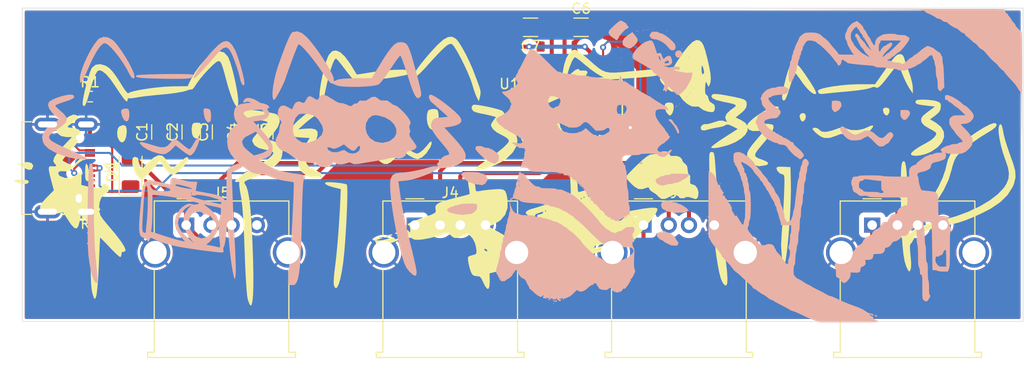
<source format=kicad_pcb>
(kicad_pcb (version 20241229) (generator "pcbnew") (generator_version "9.0")
  (layers (0 "F.Cu" signal) (2 "B.Cu" signal) (13 "F.Paste" user) (15 "B.Paste" user) (5 "F.SilkS" user "F.Silkscreen") (7 "B.SilkS" user "B.Silkscreen") (1 "F.Mask" user) (3 "B.Mask" user) (25 "Edge.Cuts" user))
  (net 0 "")
  (net 1 "VBUS")
  (net 2 "GND")
  (net 3 "Net-(U1-VDD33)")
  (net 4 "Net-(U1-VDD18)")
  (net 5 "Net-(D1-K)")
  (net 6 "D-")
  (net 8 "D+")
  (net 9 "Net-(J1-CC1)")
  (net 10 "Net-(J1-CC2)")
  (net 12 "D1+")
  (net 13 "D1-")
  (net 14 "D2+")
  (net 15 "D2-")
  (net 16 "D3-")
  (net 17 "D3+")
  (net 18 "D4-")
  (net 19 "D4+")
  (footprint "Connector_USB:USB_A_Molex_67643_Horizontal" (layer "F.Cu") (at 126.1875 90.64)
    (property "Reference" "J4" (at 3.5 -3.19 0) (layer "F.SilkS"))
    (property "Value" "USB_A")
    (pad "1" thru_hole rect (at 0 0) (size 1.6 1.5) (drill 0.95) (layers "*.Cu" "*.Mask") (net 1 "VBUS"))
    (pad "2" thru_hole circle (at 2.5 0) (size 1.6 1.6) (drill 0.95) (layers "*.Cu" "*.Mask") (net 16 "D3-"))
    (pad "3" thru_hole circle (at 4.5 0) (size 1.6 1.6) (drill 0.95) (layers "*.Cu" "*.Mask") (net 17 "D3+"))
    (pad "4" thru_hole circle (at 7 0) (size 1.6 1.6) (drill 0.95) (layers "*.Cu" "*.Mask") (net 2 "GND"))
    (pad "5" thru_hole circle (at -3.07 2.71) (size 3 3) (drill 2.3) (layers "*.Cu" "*.Mask") (net 2 "GND"))
    (pad "5" thru_hole circle (at 10.07 2.71) (size 3 3) (drill 2.3) (layers "*.Cu" "*.Mask") (net 2 "GND"))
  )
  (footprint "Capacitor_SMD:C_1206_3216Metric" (layer "F.Cu") (at 113.0675 81.4325 90)
    (property "Reference" "C5" (at 0 -1.850001 90) (layer "F.SilkS"))
    (property "Value" "100nF")
    (pad "1" smd roundrect (at -1.475 0 90) (size 1.15 1.8) (layers "F.Cu" "F.Mask" "F.Paste") (roundrect_rratio 0.217391) (net 1 "VBUS"))
    (pad "2" smd roundrect (at 1.475 0 90) (size 1.15 1.8) (layers "F.Cu" "F.Mask" "F.Paste") (roundrect_rratio 0.217391) (net 2 "GND"))
  )
  (footprint "LOGO" (layer "F.Cu") (at 171.547512 85.568701)
    (property "Reference" "G***" (hide yes))
    (property "Value" "LOGO" (hide yes))
  )
  (footprint "Resistor_SMD:R_0603_1608Metric" (layer "F.Cu") (at 94.0675 77.9325)
    (property "Reference" "R1" (at 0 -1.43 0) (layer "F.SilkS"))
    (property "Value" "R")
    (pad "1" smd roundrect (at -0.825 0) (size 0.8 0.95) (layers "F.Cu" "F.Mask" "F.Paste") (net 9 "Net-(J1-CC1)"))
    (pad "2" smd roundrect (at 0.825 0) (size 0.8 0.95) (layers "F.Cu" "F.Mask" "F.Paste") (net 2 "GND"))
  )
  (footprint "Resistor_SMD:R_0603_1608Metric" (layer "F.Cu") (at 94.0675 91.9325)
    (property "Reference" "R2" (at 0 -1.43 0) (layer "F.SilkS"))
    (property "Value" "R")
    (pad "1" smd roundrect (at -0.825 0) (size 0.8 0.95) (layers "F.Cu" "F.Mask" "F.Paste") (net 10 "Net-(J1-CC2)"))
    (pad "2" smd roundrect (at 0.825 0) (size 0.8 0.95) (layers "F.Cu" "F.Mask" "F.Paste") (net 2 "GND"))
  )
  (footprint "Connector:USB_C_Receptacle_JAE_DX07S016JA1R1500_3D" (layer "F.Cu") (at 91 85 -90)
    (property "Reference" "J1" (at 0 -5 90) (layer "F.SilkS"))
    (property "Value" "USB_C_Receptacle_USB2.0_16P")
    (pad "" np_thru_hole circle (at -3 -1.95 270) (size 0.6 0.6) (drill 0.6) (layers "*.Cu" "*.Mask"))
    (pad "" smd rect (at -1.4 1.15 270) (size 1 2) (layers "F.Cu" "F.Mask" "F.Paste"))
    (pad "" smd rect (at 1.4 1.15 270) (size 1 2) (layers "F.Cu" "F.Mask" "F.Paste"))
    (pad "" np_thru_hole oval (at 3 -1.95 270) (size 0.85 0.6) (drill oval 0.85 0.6) (layers "*.Cu" "*.Mask"))
    (pad "A1" smd rect (at -3.1 -3.05 270) (size 0.52 1) (layers "F.Cu" "F.Mask" "F.Paste") (net 2 "GND"))
    (pad "A4" smd rect (at -2.35 -3.05 270) (size 0.52 1) (layers "F.Cu" "F.Mask" "F.Paste") (net 5 "Net-(D1-K)"))
    (pad "A5" smd rect (at -1.75 -3.05 270) (size 0.27 1) (layers "F.Cu" "F.Mask" "F.Paste") (net 9 "Net-(J1-CC1)"))
    (pad "A6" smd rect (at -0.25 -3.05 270) (size 0.27 1) (layers "F.Cu" "F.Mask" "F.Paste") (net 8 "D+"))
    (pad "A7" smd rect (at 0.75 -3.05 270) (size 0.27 1) (layers "F.Cu" "F.Mask" "F.Paste") (net 6 "D-"))
    (pad "A8" smd rect (at 1.75 -3.05 270) (size 0.27 1) (layers "F.Cu" "F.Mask" "F.Paste"))
    (pad "A9" smd rect (at 2.35 -3.05 270) (size 0.52 1) (layers "F.Cu" "F.Mask" "F.Paste") (net 5 "Net-(D1-K)"))
    (pad "A12" smd rect (at 3.1 -3.05 270) (size 0.52 1) (layers "F.Cu" "F.Mask" "F.Paste") (net 2 "GND"))
    (pad "B1" smd rect (at 3.1 -3.05 270) (size 0.52 1) (layers "F.Cu" "F.Mask" "F.Paste") (net 2 "GND"))
    (pad "B4" smd rect (at 2.35 -3.05 270) (size 0.52 1) (layers "F.Cu" "F.Mask" "F.Paste") (net 5 "Net-(D1-K)"))
    (pad "B5" smd rect (at 1.25 -3.05 270) (size 0.27 1) (layers "F.Cu" "F.Mask" "F.Paste") (net 10 "Net-(J1-CC2)"))
    (pad "B6" smd rect (at 0.25 -3.05 270) (size 0.27 1) (layers "F.Cu" "F.Mask" "F.Paste") (net 8 "D+"))
    (pad "B7" smd rect (at -0.75 -3.05 270) (size 0.27 1) (layers "F.Cu" "F.Mask" "F.Paste") (net 6 "D-"))
    (pad "B8" smd rect (at -1.25 -3.05 270) (size 0.27 1) (layers "F.Cu" "F.Mask" "F.Paste"))
    (pad "B9" smd rect (at -2.35 -3.05 270) (size 0.52 1) (layers "F.Cu" "F.Mask" "F.Paste") (net 5 "Net-(D1-K)"))
    (pad "B12" smd rect (at -3.1 -3.05 270) (size 0.52 1) (layers "F.Cu" "F.Mask" "F.Paste") (net 2 "GND"))
    (pad "S1" thru_hole oval (at -4.32 -2.675 270) (size 1.3 2.3) (drill oval 0.6 1.6) (property pad_prop_heatsink) (layers "*.Cu" "*.Mask") (net 2 "GND"))
    (pad "S1" thru_hole oval (at -4.32 1.15 270) (size 1.3 2.6) (drill oval 0.6 1.9) (property pad_prop_heatsink) (layers "*.Cu" "*.Mask") (net 2 "GND"))
    (pad "S1" thru_hole oval (at 4.32 -2.675 270) (size 1.3 2.3) (drill oval 0.6 1.6) (property pad_prop_heatsink) (layers "*.Cu" "*.Mask") (net 2 "GND"))
    (pad "S1" thru_hole oval (at 4.32 1.15 270) (size 1.3 2.6) (drill oval 0.6 1.9) (property pad_prop_heatsink) (layers "*.Cu" "*.Mask") (net 2 "GND"))
  )
  (footprint "Connector_USB:USB_A_Molex_67643_Horizontal" (layer "F.Cu") (at 148.8075 90.64)
    (property "Reference" "J3" (at 3.5 -3.19 0) (layer "F.SilkS"))
    (property "Value" "USB_A")
    (pad "1" thru_hole rect (at 0 0) (size 1.6 1.5) (drill 0.95) (layers "*.Cu" "*.Mask") (net 1 "VBUS"))
    (pad "2" thru_hole circle (at 2.5 0) (size 1.6 1.6) (drill 0.95) (layers "*.Cu" "*.Mask") (net 15 "D2-"))
    (pad "3" thru_hole circle (at 4.5 0) (size 1.6 1.6) (drill 0.95) (layers "*.Cu" "*.Mask") (net 14 "D2+"))
    (pad "4" thru_hole circle (at 7 0) (size 1.6 1.6) (drill 0.95) (layers "*.Cu" "*.Mask") (net 2 "GND"))
    (pad "5" thru_hole circle (at -3.07 2.71) (size 3 3) (drill 2.3) (layers "*.Cu" "*.Mask") (net 2 "GND"))
    (pad "5" thru_hole circle (at 10.07 2.71) (size 3 3) (drill 2.3) (layers "*.Cu" "*.Mask") (net 2 "GND"))
  )
  (footprint "Connector_USB:USB_A_Molex_67643_Horizontal" (layer "F.Cu") (at 103.5675 90.64)
    (property "Reference" "J5" (at 3.5 -3.19 0) (layer "F.SilkS"))
    (property "Value" "USB_A")
    (pad "1" thru_hole rect (at 0 0) (size 1.6 1.5) (drill 0.95) (layers "*.Cu" "*.Mask") (net 1 "VBUS"))
    (pad "2" thru_hole circle (at 2.5 0) (size 1.6 1.6) (drill 0.95) (layers "*.Cu" "*.Mask") (net 18 "D4-"))
    (pad "3" thru_hole circle (at 4.5 0) (size 1.6 1.6) (drill 0.95) (layers "*.Cu" "*.Mask") (net 19 "D4+"))
    (pad "4" thru_hole circle (at 7 0) (size 1.6 1.6) (drill 0.95) (layers "*.Cu" "*.Mask") (net 2 "GND"))
    (pad "5" thru_hole circle (at -3.07 2.71) (size 3 3) (drill 2.3) (layers "*.Cu" "*.Mask") (net 2 "GND"))
    (pad "5" thru_hole circle (at 10.07 2.71) (size 3 3) (drill 2.3) (layers "*.Cu" "*.Mask") (net 2 "GND"))
  )
  (footprint "Diode_SMD:D_1206_3216Metric" (layer "F.Cu") (at 98.0675 85.4325 90)
    (property "Reference" "D1" (at 0 -1.82 90) (layer "F.SilkS"))
    (property "Value" "D")
    (pad "1" smd roundrect (at -1.4 0 90) (size 1.25 1.75) (layers "F.Cu" "F.Mask" "F.Paste") (roundrect_rratio 0.2) (net 5 "Net-(D1-K)"))
    (pad "2" smd roundrect (at 1.4 0 90) (size 1.25 1.75) (layers "F.Cu" "F.Mask" "F.Paste") (roundrect_rratio 0.2) (net 1 "VBUS"))
  )
  (footprint "Capacitor_SMD:C_1206_3216Metric" (layer "F.Cu") (at 142.635 71.0734)
    (property "Reference" "C6" (at 0 -1.850001 0) (layer "F.SilkS"))
    (property "Value" "100nF")
    (pad "1" smd roundrect (at -1.475 0) (size 1.15 1.8) (layers "F.Cu" "F.Mask" "F.Paste") (roundrect_rratio 0.217391) (net 3 "Net-(U1-VDD33)"))
    (pad "2" smd roundrect (at 1.475 0) (size 1.15 1.8) (layers "F.Cu" "F.Mask" "F.Paste") (roundrect_rratio 0.217391) (net 2 "GND"))
  )
  (footprint "Capacitor_SMD:C_1206_3216Metric" (layer "F.Cu") (at 107.0675 81.4325 90)
    (property "Reference" "C3" (at 0 -1.850001 90) (layer "F.SilkS"))
    (property "Value" "100nF")
    (pad "1" smd roundrect (at -1.475 0 90) (size 1.15 1.8) (layers "F.Cu" "F.Mask" "F.Paste") (roundrect_rratio 0.217391) (net 1 "VBUS"))
    (pad "2" smd roundrect (at 1.475 0 90) (size 1.15 1.8) (layers "F.Cu" "F.Mask" "F.Paste") (roundrect_rratio 0.217391) (net 2 "GND"))
  )
  (footprint "Capacitor_SMD:C_1206_3216Metric" (layer "F.Cu") (at 137.635 71.0734 180)
    (property "Reference" "C7" (at 0 -1.850001 0) (layer "F.SilkS"))
    (property "Value" "100nF")
    (pad "1" smd roundrect (at -1.475 0 180) (size 1.15 1.8) (layers "F.Cu" "F.Mask" "F.Paste") (roundrect_rratio 0.217391) (net 4 "Net-(U1-VDD18)"))
    (pad "2" smd roundrect (at 1.475 0 180) (size 1.15 1.8) (layers "F.Cu" "F.Mask" "F.Paste") (roundrect_rratio 0.217391) (net 2 "GND"))
  )
  (footprint "Connector_USB:USB_A_Molex_67643_Horizontal" (layer "F.Cu") (at 171.4275 90.64)
    (property "Reference" "J2" (at 3.5 -3.19 0) (layer "F.SilkS"))
    (property "Value" "USB_A")
    (pad "1" thru_hole rect (at 0 0) (size 1.6 1.5) (drill 0.95) (layers "*.Cu" "*.Mask") (net 1 "VBUS"))
    (pad "2" thru_hole circle (at 2.5 0) (size 1.6 1.6) (drill 0.95) (layers "*.Cu" "*.Mask") (net 13 "D1-"))
    (pad "3" thru_hole circle (at 4.5 0) (size 1.6 1.6) (drill 0.95) (layers "*.Cu" "*.Mask") (net 12 "D1+"))
    (pad "4" thru_hole circle (at 7 0) (size 1.6 1.6) (drill 0.95) (layers "*.Cu" "*.Mask") (net 2 "GND"))
    (pad "5" thru_hole circle (at -3.07 2.71) (size 3 3) (drill 2.3) (layers "*.Cu" "*.Mask") (net 2 "GND"))
    (pad "5" thru_hole circle (at 10.07 2.71) (size 3 3) (drill 2.3) (layers "*.Cu" "*.Mask") (net 2 "GND"))
  )
  (footprint "LOGO" (layer "F.Cu") (at 126.086982 86.86059)
    (property "Reference" "G***" (hide yes))
    (property "Value" "LOGO" (hide yes))
  )
  (footprint "LOGO" (layer "F.Cu") (at 100.4075 88.0225)
    (property "Reference" "G***" (hide yes))
    (property "Value" "LOGO" (hide yes))
  )
  (footprint "SL2.1A:SO16" (layer "F.Cu") (at 141.635 78.0734)
    (property "Reference" "U1" (at -6.096 -1.397 0) (layer "F.SilkS"))
    (property "Value" "SL2.1A")
    (pad "1" smd rect (at -4.445 3.0734) (size 0.6604 2.032) (layers "F.Cu" "F.Mask" "F.Paste") (net 18 "D4-"))
    (pad "2" smd rect (at -3.175 3.0734) (size 0.6604 2.032) (layers "F.Cu" "F.Mask" "F.Paste") (net 19 "D4+"))
    (pad "3" smd rect (at -1.905 3.0734) (size 0.6604 2.032) (layers "F.Cu" "F.Mask" "F.Paste") (net 16 "D3-"))
    (pad "4" smd rect (at -0.635 3.0734) (size 0.6604 2.032) (layers "F.Cu" "F.Mask" "F.Paste") (net 17 "D3+"))
    (pad "5" smd rect (at 0.635 3.0734) (size 0.6604 2.032) (layers "F.Cu" "F.Mask" "F.Paste") (net 15 "D2-"))
    (pad "6" smd rect (at 1.905 3.0734) (size 0.6604 2.032) (layers "F.Cu" "F.Mask" "F.Paste") (net 14 "D2+"))
    (pad "7" smd rect (at 3.175 3.0734) (size 0.6604 2.032) (layers "F.Cu" "F.Mask" "F.Paste") (net 13 "D1-"))
    (pad "8" smd rect (at 4.445 3.0734) (size 0.6604 2.032) (layers "F.Cu" "F.Mask" "F.Paste") (net 12 "D1+"))
    (pad "9" smd rect (at 4.445 -3.0734) (size 0.6604 2.032) (layers "F.Cu" "F.Mask" "F.Paste") (net 6 "D-"))
    (pad "10" smd rect (at 3.175 -3.0734) (size 0.6604 2.032) (layers "F.Cu" "F.Mask" "F.Paste") (net 8 "D+"))
    (pad "11" smd rect (at 1.905 -3.0734) (size 0.6604 2.032) (layers "F.Cu" "F.Mask" "F.Paste") (net 1 "VBUS"))
    (pad "12" smd rect (at 0.635 -3.0734) (size 0.6604 2.032) (layers "F.Cu" "F.Mask" "F.Paste") (net 2 "GND"))
    (pad "13" smd rect (at -0.635 -3.0734) (size 0.6604 2.032) (layers "F.Cu" "F.Mask" "F.Paste") (net 3 "Net-(U1-VDD33)"))
    (pad "14" smd rect (at -1.905 -3.0734) (size 0.6604 2.032) (layers "F.Cu" "F.Mask" "F.Paste") (net 4 "Net-(U1-VDD18)"))
    (pad "15" smd rect (at -3.175 -3.0734) (size 0.6604 2.032) (layers "F.Cu" "F.Mask" "F.Paste"))
    (pad "16" smd rect (at -4.445 -3.0734) (size 0.6604 2.032) (layers "F.Cu" "F.Mask" "F.Paste") (net 2 "GND"))
  )
  (footprint "Capacitor_SMD:C_1206_3216Metric" (layer "F.Cu") (at 101.0675 81.4325 90)
    (property "Reference" "C1" (at 0 -1.850001 90) (layer "F.SilkS"))
    (property "Value" "100nF")
    (pad "1" smd roundrect (at -1.475 0 90) (size 1.15 1.8) (layers "F.Cu" "F.Mask" "F.Paste") (roundrect_rratio 0.217391) (net 1 "VBUS"))
    (pad "2" smd roundrect (at 1.475 0 90) (size 1.15 1.8) (layers "F.Cu" "F.Mask" "F.Paste") (roundrect_rratio 0.217391) (net 2 "GND"))
  )
  (footprint "Capacitor_SMD:C_1206_3216Metric" (layer "F.Cu") (at 110.0675 81.4325 90)
    (property "Reference" "C4" (at 0 -1.850001 90) (layer "F.SilkS"))
    (property "Value" "100nF")
    (pad "1" smd roundrect (at -1.475 0 90) (size 1.15 1.8) (layers "F.Cu" "F.Mask" "F.Paste") (roundrect_rratio 0.217391) (net 1 "VBUS"))
    (pad "2" smd roundrect (at 1.475 0 90) (size 1.15 1.8) (layers "F.Cu" "F.Mask" "F.Paste") (roundrect_rratio 0.217391) (net 2 "GND"))
  )
  (footprint "Capacitor_SMD:C_1206_3216Metric" (layer "F.Cu") (at 104.0675 81.4325 90)
    (property "Reference" "C2" (at 0 -1.850001 90) (layer "F.SilkS"))
    (property "Value" "100nF")
    (pad "1" smd roundrect (at -1.475 0 90) (size 1.15 1.8) (layers "F.Cu" "F.Mask" "F.Paste") (roundrect_rratio 0.217391) (net 1 "VBUS"))
    (pad "2" smd roundrect (at 1.475 0 90) (size 1.15 1.8) (layers "F.Cu" "F.Mask" "F.Paste") (roundrect_rratio 0.217391) (net 2 "GND"))
  )
  (footprint "LOGO" (layer "F.Cu") (at 147.271216 86.257211)
    (property "Reference" "G***" (hide yes))
    (property "Value" "LOGO" (hide yes))
  )
  (footprint "LOGO" (layer "B.Cu") (at 170.75 84.75 180)
    (property "Reference" "G***" (hide yes))
    (property "Value" "LOGO" (hide yes))
  )
  (footprint "LOGO" (layer "B.Cu") (at 141.75 83 180)
    (property "Reference" "G***" (hide yes))
    (property "Value" "LOGO" (hide yes))
  )
  (footprint "LOGO" (layer "B.Cu") (at 101.875681 85.53399 180)
    (property "Reference" "G***" (hide yes))
    (property "Value" "LOGO" (hide yes))
  )
  (footprint "LOGO" (layer "B.Cu") (at 120.25 84.25 180)
    (property "Reference" "G***" (hide yes))
    (property "Value" "LOGO" (hide yes))
  )
  (gr_rect (start 87.357 69.172) (end 186.357 100.172) (stroke (width 0.05)) (fill no) (layer "Edge.Cuts"))
  (segment (start 143.539999 75) (end 143.539999 73.539999) (width 0.4) (layer "F.Cu") (net 1))
  (segment (start 126.1875 96.4375) (end 126.25 96.5) (width 0.4) (layer "F.Cu") (net 1))
  (segment (start 109.4275 96.5) (end 126.25 96.5) (width 0.4) (layer "F.Cu") (net 1))
  (segment (start 101.0675 82.907501) (end 99.1925 82.907501) (width 0.4) (layer "F.Cu") (net 1))
  (segment (start 169.25 96.5) (end 171.4275 94.3225) (width 0.4) (layer "F.Cu") (net 1))
  (segment (start 135.5 80.5) (end 135.5 74) (width 0.4) (layer "F.Cu") (net 1))
  (segment (start 135.5 74) (end 136.5 73) (width 0.4) (layer "F.Cu") (net 1))
  (segment (start 143.539999 73.539999) (end 143 73) (width 0.4) (layer "F.Cu") (net 1))
  (segment (start 171.4275 94.3225) (end 171.4275 90.64) (width 0.4) (layer "F.Cu") (net 1))
  (segment (start 103.5675 90.64) (end 109.4275 96.5) (width 0.4) (layer "F.Cu") (net 1))
  (segment (start 101.0675 82.907501) (end 113.0675 82.907501) (width 0.4) (layer "F.Cu") (net 1))
  (segment (start 126.1875 90.64) (end 126.1875 96.4375) (width 0.4) (layer "F.Cu") (net 1))
  (segment (start 126.25 96.5) (end 149 96.5) (width 0.4) (layer "F.Cu") (net 1))
  (segment (start 148.8075 96.3075) (end 149 96.5) (width 0.4) (layer "F.Cu") (net 1))
  (segment (start 99.1925 82.907501) (end 98.0675 84.032501) (width 0.4) (layer "F.Cu") (net 1))
  (segment (start 136.5 73) (end 137.5 73) (width 0.4) (layer "F.Cu") (net 1))
  (segment (start 149 96.5) (end 169.25 96.5) (width 0.4) (layer "F.Cu") (net 1))
  (segment (start 103.5675 89.0675) (end 103.5675 90.64) (width 0.4) (layer "F.Cu") (net 1))
  (segment (start 98.532501 84.032501) (end 103.5675 89.0675) (width 0.4) (layer "F.Cu") (net 1))
  (segment (start 113.0675 82.907501) (end 116.092499 82.907501) (width 0.4) (layer "F.Cu") (net 1))
  (segment (start 148.8075 90.64) (end 148.8075 96.3075) (width 0.4) (layer "F.Cu") (net 1))
  (segment (start 98.0675 84.032501) (end 98.532501 84.032501) (width 0.4) (layer "F.Cu") (net 1))
  (segment (start 116.092499 82.907501) (end 117.5 81.5) (width 0.4) (layer "F.Cu") (net 1))
  (segment (start 134.5 81.5) (end 135.5 80.5) (width 0.4) (layer "F.Cu") (net 1))
  (segment (start 117.5 81.5) (end 134.5 81.5) (width 0.4) (layer "F.Cu") (net 1))
  (via (at 143 73) (size 0.6) (drill 0.3) (layers "F.Cu" "B.Cu") (net 1))
  (via (at 137.5 73) (size 0.6) (drill 0.3) (layers "F.Cu" "B.Cu") (net 1))
  (segment (start 143 73) (end 137.5 73) (width 0.4) (layer "B.Cu") (net 1))
  (segment (start 94.05 81.9) (end 94.05 81.055) (width 0.4) (layer "F.Cu") (net 2))
  (segment (start 94.05 81.055) (end 93.675 80.68) (width 0.4) (layer "F.Cu") (net 2))
  (segment (start 141 71.233399) (end 141.159999 71.0734) (width 0.4) (layer "F.Cu") (net 3))
  (segment (start 141 75) (end 141 71.233399) (width 0.4) (layer "F.Cu") (net 3))
  (segment (start 139.730001 71.6934) (end 139.730001 75) (width 0.4) (layer "F.Cu") (net 4))
  (segment (start 139.110001 71.0734) (end 139.730001 71.6934) (width 0.4) (layer "F.Cu") (net 4))
  (segment (start 95.885 82.65) (end 96.25 83.015) (width 0.2) (layer "F.Cu") (net 5))
  (segment (start 94.05 87.35) (end 96.25 87.35) (width 0.2) (layer "F.Cu") (net 5))
  (segment (start 97.549999 87.35) (end 98.0675 86.832499) (width 0.2) (layer "F.Cu") (net 5))
  (segment (start 94.05 82.65) (end 95.885 82.65) (width 0.2) (layer "F.Cu") (net 5))
  (segment (start 96.25 83.015) (end 96.25 87.35) (width 0.2) (layer "F.Cu") (net 5))
  (segment (start 96.25 87.35) (end 97.549999 87.35) (width 0.2) (layer "F.Cu") (net 5))
  (segment (start 92.5 85.063) (end 93.313 84.25) (width 0.2) (layer "F.Cu") (net 6))
  (segment (start 93.313 84.25) (end 94.05 84.25) (width 0.2) (layer "F.Cu") (net 6))
  (segment (start 147 75) (end 146.080001 75) (width 0.2) (layer "F.Cu") (net 6))
  (segment (start 147.5 81) (end 147.5 75.5) (width 0.2) (layer "F.Cu") (net 6))
  (segment (start 94.05 85.75) (end 92.75 85.75) (width 0.2) (layer "F.Cu") (net 6))
  (segment (start 92.5 85.5) (end 92.5 85.063) (width 0.2) (layer "F.Cu") (net 6))
  (segment (start 147.5 75.5) (end 147 75) (width 0.2) (layer "F.Cu") (net 6))
  (segment (start 92.75 85.75) (end 92.5 85.5) (width 0.2) (layer "F.Cu") (net 6))
  (via (at 92.5 85.5) (size 0.6) (drill 0.3) (layers "F.Cu" "B.Cu") (net 6))
  (via (at 147.5 81) (size 0.6) (drill 0.3) (layers "F.Cu" "B.Cu") (net 6))
  (segment (start 92 84) (end 92 85) (width 0.2) (layer "B.Cu") (net 6))
  (segment (start 92 85) (end 92.5 85.5) (width 0.2) (layer "B.Cu") (net 6))
  (segment (start 97.25 84.75) (end 96 83.5) (width 0.2) (layer "B.Cu") (net 6))
  (segment (start 96 83.5) (end 92.5 83.5) (width 0.2) (layer "B.Cu") (net 6))
  (segment (start 147.5 81) (end 147.5 82) (width 0.2) (layer "B.Cu") (net 6))
  (segment (start 92.5 83.5) (end 92 84) (width 0.2) (layer "B.Cu") (net 6))
  (segment (start 147.5 82) (end 144.75 84.75) (width 0.2) (layer "B.Cu") (net 6))
  (segment (start 144.75 84.75) (end 97.25 84.75) (width 0.2) (layer "B.Cu") (net 6))
  (segment (start 144.81 73.06) (end 144.81 75) (width 0.2) (layer "F.Cu") (net 8))
  (segment (start 94.75 85.25) (end 94.05 85.25) (width 0.2) (layer "F.Cu") (net 8))
  (segment (start 94.75 84.75) (end 95 85) (width 0.2) (layer "F.Cu") (net 8))
  (segment (start 94.05 84.75) (end 94.75 84.75) (width 0.2) (layer "F.Cu") (net 8))
  (segment (start 95 85) (end 94.75 85.25) (width 0.2) (layer "F.Cu") (net 8))
  (via (at 95 85) (size 0.6) (drill 0.3) (layers "F.Cu" "B.Cu") (net 8))
  (via (at 144.81 73.06) (size 0.6) (drill 0.3) (layers "F.Cu" "B.Cu") (net 8))
  (segment (start 100.5 87.25) (end 95.5 87.25) (width 0.2) (layer "B.Cu") (net 8))
  (segment (start 144.81 72.94) (end 145.25 72.5) (width 0.2) (layer "B.Cu") (net 8))
  (segment (start 147.5 72.5) (end 148.5 73.5) (width 0.2) (layer "B.Cu") (net 8))
  (segment (start 145 85.5) (end 102.25 85.5) (width 0.2) (layer "B.Cu") (net 8))
  (segment (start 145.25 72.5) (end 147.5 72.5) (width 0.2) (layer "B.Cu") (net 8))
  (segment (start 144.81 73.06) (end 144.81 72.94) (width 0.2) (layer "B.Cu") (net 8))
  (segment (start 148.5 73.5) (end 148.5 82) (width 0.2) (layer "B.Cu") (net 8))
  (segment (start 95.5 87.25) (end 95 86.75) (width 0.2) (layer "B.Cu") (net 8))
  (segment (start 95 86.75) (end 95 85) (width 0.2) (layer "B.Cu") (net 8))
  (segment (start 148.5 82) (end 145 85.5) (width 0.2) (layer "B.Cu") (net 8))
  (segment (start 102.25 85.5) (end 100.5 87.25) (width 0.2) (layer "B.Cu") (net 8))
  (segment (start 91.75 82) (end 91.75 79.425) (width 0.2) (layer "F.Cu") (net 9))
  (segment (start 94.05 83.25) (end 93 83.25) (width 0.2) (layer "F.Cu") (net 9))
  (segment (start 91.75 79.425) (end 93.2425 77.9325) (width 0.2) (layer "F.Cu") (net 9))
  (segment (start 93 83.25) (end 91.75 82) (width 0.2) (layer "F.Cu") (net 9))
  (segment (start 91.75 87.5) (end 91.75 90.44) (width 0.2) (layer "F.Cu") (net 10))
  (segment (start 93 86.25) (end 91.75 87.5) (width 0.2) (layer "F.Cu") (net 10))
  (segment (start 94.05 86.25) (end 93 86.25) (width 0.2) (layer "F.Cu") (net 10))
  (segment (start 91.75 90.44) (end 93.2425 91.9325) (width 0.2) (layer "F.Cu") (net 10))
  (segment (start 175.9275 87.0725) (end 175.9275 90.64) (width 0.4) (layer "F.Cu") (net 12))
  (segment (start 171.355 82.5) (end 175.9275 87.0725) (width 0.4) (layer "F.Cu") (net 12))
  (segment (start 147.433201 82.5) (end 171.355 82.5) (width 0.4) (layer "F.Cu") (net 12))
  (segment (start 146.080001 81.1468) (end 147.433201 82.5) (width 0.4) (layer "F.Cu") (net 12))
  (segment (start 173.9275 86.5) (end 173.9275 90.64) (width 0.4) (layer "F.Cu") (net 13))
  (segment (start 170.9275 83.5) (end 173.9275 86.5) (width 0.4) (layer "F.Cu") (net 13))
  (segment (start 144.81 82.31) (end 146 83.5) (width 0.4) (layer "F.Cu") (net 13))
  (segment (start 144.81 81.1468) (end 144.81 82.31) (width 0.4) (layer "F.Cu") (net 13))
  (segment (start 146 83.5) (end 170.9275 83.5) (width 0.4) (layer "F.Cu") (net 13))
  (segment (start 153.3075 87.0725) (end 153.3075 90.64) (width 0.4) (layer "F.Cu") (net 14))
  (segment (start 143.539999 82.539999) (end 145.5 84.5) (width 0.4) (layer "F.Cu") (net 14))
  (segment (start 145.5 84.5) (end 150.735 84.5) (width 0.4) (layer "F.Cu") (net 14))
  (segment (start 143.539999 81.1468) (end 143.539999 82.539999) (width 0.4) (layer "F.Cu") (net 14))
  (segment (start 150.735 84.5) (end 153.3075 87.0725) (width 0.4) (layer "F.Cu") (net 14))
  (segment (start 151.3075 87.0725) (end 151.3075 90.64) (width 0.4) (layer "F.Cu") (net 15))
  (segment (start 144.7813 85.5313) (end 142.27 83.02) (width 0.4) (layer "F.Cu") (net 15))
  (segment (start 151.3075 87.0725) (end 149.7663 85.5313) (width 0.4) (layer "F.Cu") (net 15))
  (segment (start 149.7663 85.5313) (end 144.7813 85.5313) (width 0.4) (layer "F.Cu") (net 15))
  (segment (start 142.27 83.02) (end 142.27 81.1468) (width 0.4) (layer "F.Cu") (net 15))
  (segment (start 138 84.5) (end 129.5 84.5) (width 0.4) (layer "F.Cu") (net 16))
  (segment (start 128.6875 85.3125) (end 128.6875 90.64) (width 0.4) (layer "F.Cu") (net 16))
  (segment (start 139.730001 82.769999) (end 138 84.5) (width 0.4) (layer "F.Cu") (net 16))
  (segment (start 129.5 84.5) (end 128.6875 85.3125) (width 0.4) (layer "F.Cu") (net 16))
  (segment (start 139.730001 81.1468) (end 139.730001 82.769999) (width 0.4) (layer "F.Cu") (net 16))
  (segment (start 138.5 85.5) (end 131 85.5) (width 0.4) (layer "F.Cu") (net 17))
  (segment (start 131 85.5) (end 130.6875 85.8125) (width 0.4) (layer "F.Cu") (net 17))
  (segment (start 141 83) (end 138.5 85.5) (width 0.4) (layer "F.Cu") (net 17))
  (segment (start 141 81.1468) (end 141 83) (width 0.4) (layer "F.Cu") (net 17))
  (segment (start 130.6875 85.8125) (end 130.6875 90.64) (width 0.4) (layer "F.Cu") (net 17))
  (segment (start 116 84.5) (end 118 82.5) (width 0.4) (layer "F.Cu") (net 18))
  (segment (start 135.836799 82.5) (end 137.189999 81.1468) (width 0.4) (layer "F.Cu") (net 18))
  (segment (start 118 82.5) (end 135.836799 82.5) (width 0.4) (layer "F.Cu") (net 18))
  (segment (start 106.0675 87.0725) (end 106.0675 90.64) (width 0.4) (layer "F.Cu") (net 18))
  (segment (start 106.0675 87.0725) (end 108.64 84.5) (width 0.4) (layer "F.Cu") (net 18))
  (segment (start 108.64 84.5) (end 116 84.5) (width 0.4) (layer "F.Cu") (net 18))
  (segment (start 118.5 83.5) (end 137.5 83.5) (width 0.4) (layer "F.Cu") (net 19))
  (segment (start 138.46 82.54) (end 138.46 81.1468) (width 0.4) (layer "F.Cu") (net 19))
  (segment (start 137.5 83.5) (end 138.46 82.54) (width 0.4) (layer "F.Cu") (net 19))
  (segment (start 116.5 85.5) (end 118.5 83.5) (width 0.4) (layer "F.Cu") (net 19))
  (segment (start 109.64 85.5) (end 116.5 85.5) (width 0.4) (layer "F.Cu") (net 19))
  (segment (start 108.0675 87.0725) (end 109.64 85.5) (width 0.4) (layer "F.Cu") (net 19))
  (segment (start 108.0675 87.0725) (end 108.0675 90.64) (width 0.4) (layer "F.Cu") (net 19))
  (zone (net 2) (net_name "GND") (layers "F.Cu" "B.Cu") (connect_pads (clearance 0.5)) (min_thickness 0.25) (fill yes (thermal_gap 0.25) (thermal_bridge_width 0.25))
    (polygon (pts (xy 87.25 69) (xy 186.45 69) (xy 186.45 100.25) (xy 87.25 100.25)))
  )
)
</source>
